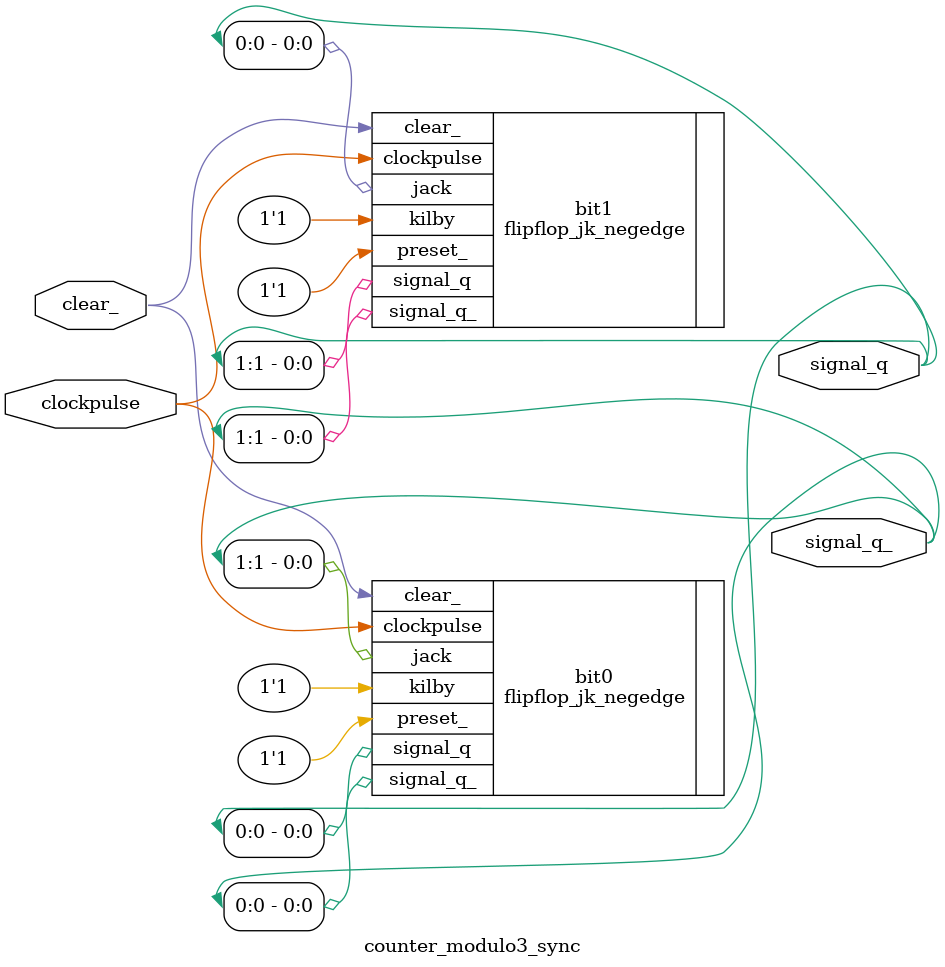
<source format=v>
module counter_modulo3_sync (
    input clockpulse,
    input clear_,
    output wire [1:0] signal_q,
    output wire [1:0] signal_q_
);

flipflop_jk_negedge bit1(.clockpulse(clockpulse),
                 .preset_(1'b1),
                 .clear_(clear_),
                 .jack(signal_q[0]),
                 .kilby(1'b1),
                 .signal_q(signal_q[1]),
                 .signal_q_(signal_q_[1])
);

flipflop_jk_negedge bit0(.clockpulse(clockpulse),
                 .preset_(1'b1),
                 .clear_(clear_),
                 .jack(signal_q_[1]),
                 .kilby(1'b1),
                 .signal_q(signal_q[0]),
                 .signal_q_(signal_q_[0])
);

endmodule

</source>
